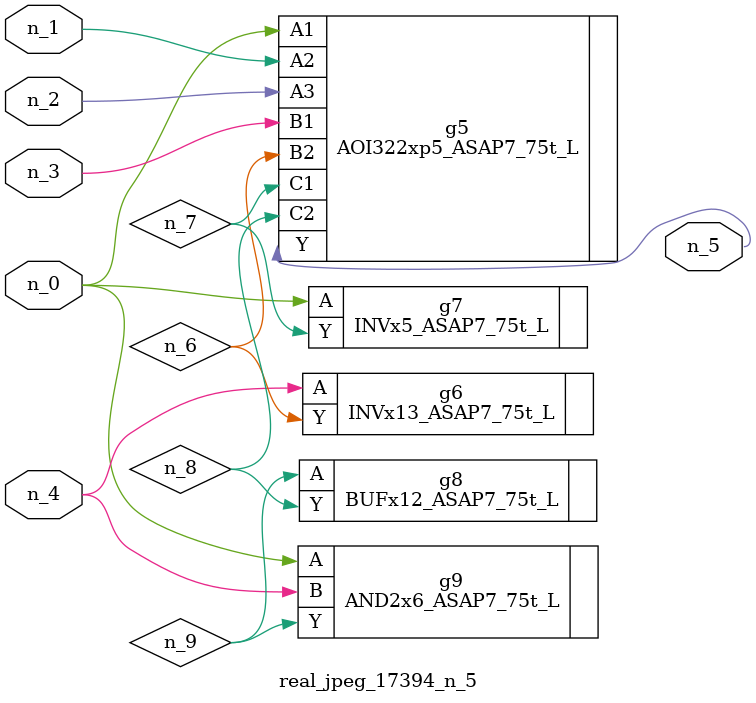
<source format=v>
module real_jpeg_17394_n_5 (n_4, n_0, n_1, n_2, n_3, n_5);

input n_4;
input n_0;
input n_1;
input n_2;
input n_3;

output n_5;

wire n_8;
wire n_6;
wire n_7;
wire n_9;

AOI322xp5_ASAP7_75t_L g5 ( 
.A1(n_0),
.A2(n_1),
.A3(n_2),
.B1(n_3),
.B2(n_6),
.C1(n_7),
.C2(n_8),
.Y(n_5)
);

INVx5_ASAP7_75t_L g7 ( 
.A(n_0),
.Y(n_7)
);

AND2x6_ASAP7_75t_L g9 ( 
.A(n_0),
.B(n_4),
.Y(n_9)
);

INVx13_ASAP7_75t_L g6 ( 
.A(n_4),
.Y(n_6)
);

BUFx12_ASAP7_75t_L g8 ( 
.A(n_9),
.Y(n_8)
);


endmodule
</source>
